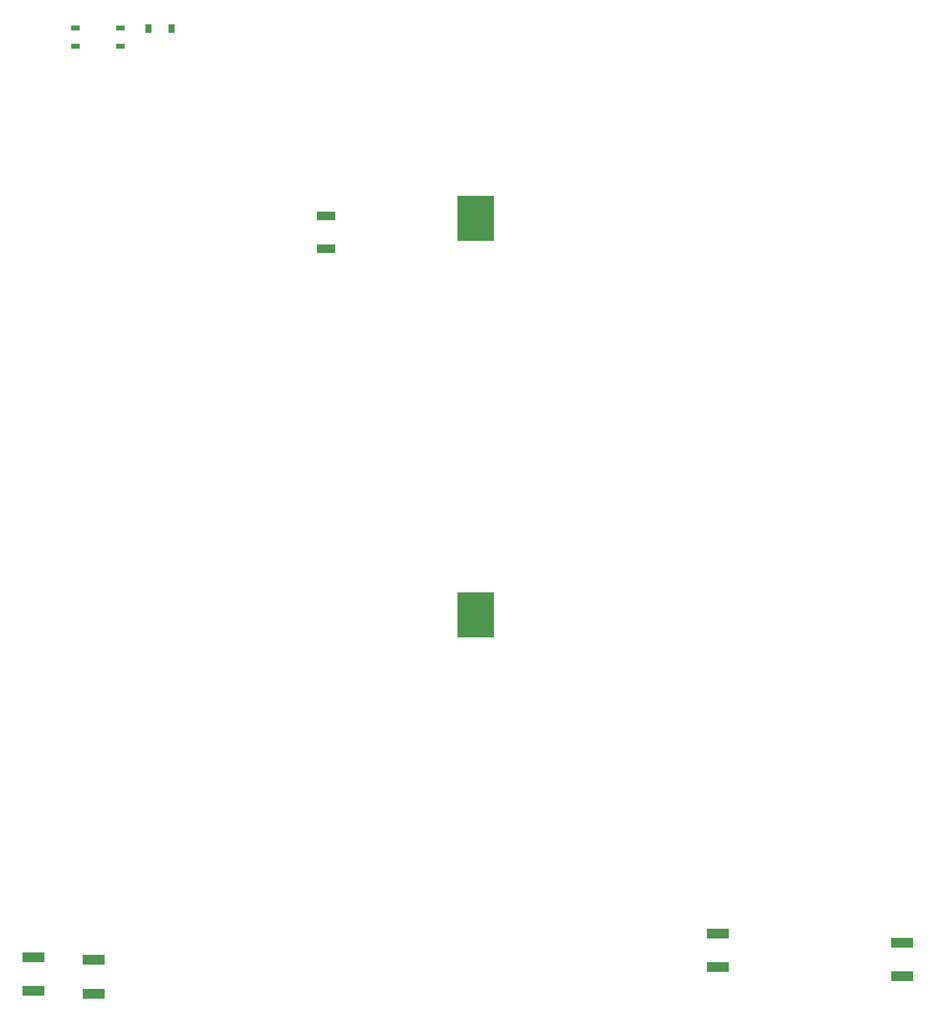
<source format=gtp>
G04*
G04 #@! TF.GenerationSoftware,Altium Limited,Altium Designer,19.0.15 (446)*
G04*
G04 Layer_Color=8421504*
%FSLAX25Y25*%
%MOIN*%
G70*
G01*
G75*
%ADD16R,0.03583X0.04803*%
%ADD17R,0.12008X0.05512*%
%ADD18R,0.10465X0.04945*%
%ADD19R,0.20000X0.25000*%
%ADD20R,0.04724X0.03150*%
D16*
X203563Y602500D02*
D03*
X216437D02*
D03*
D17*
X515602Y88248D02*
D03*
Y106752D02*
D03*
X616500Y101752D02*
D03*
Y83248D02*
D03*
X173500Y92252D02*
D03*
Y73748D02*
D03*
X140500Y93752D02*
D03*
Y75248D02*
D03*
D18*
X301000Y500059D02*
D03*
Y481941D02*
D03*
D19*
X383000Y281457D02*
D03*
Y498543D02*
D03*
D20*
X163598Y593000D02*
D03*
Y603000D02*
D03*
X188402D02*
D03*
Y593000D02*
D03*
M02*

</source>
